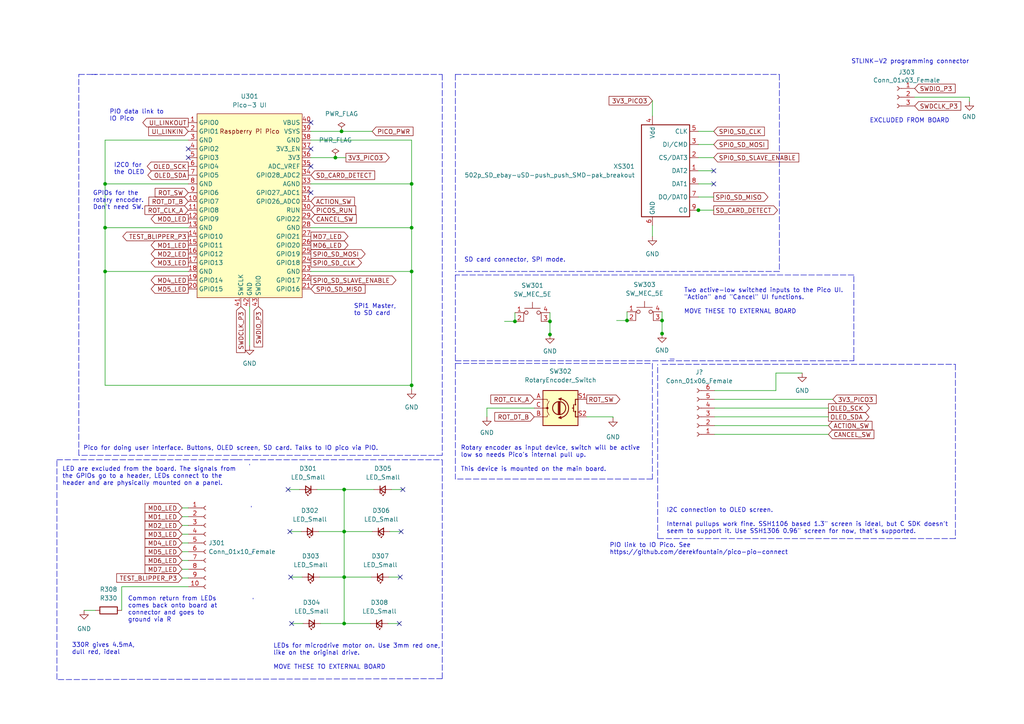
<source format=kicad_sch>
(kicad_sch (version 20211123) (generator eeschema)
  (paper "A4")
  (title_block (title "Pico Interface One") (date "2023-06-16") (rev "v1.4WIP"))
  (lib_symbols
    (symbol "Connector:Conn_01x03_Female" (pin_names (offset 1.016) hide)
      (property "Reference" "J" (at 0 5.08 0))
      (property "Value" "Conn_01x03_Female" (at 0 -5.08 0))
      (symbol "Conn_01x03_Female_1_1"
        (arc (start 0 -2.032) (mid -0.508 -2.54) (end 0 -3.048) (stroke (width 0.1524)))
        (polyline (pts (xy -1.27 -2.54) (xy -0.508 -2.54)) (stroke (width 0.1524)))
        (polyline (pts (xy -1.27 0) (xy -0.508 0)) (stroke (width 0.1524)))
        (polyline (pts (xy -1.27 2.54) (xy -0.508 2.54)) (stroke (width 0.1524)))
        (arc (start 0 0.508) (mid -0.508 0) (end 0 -0.508) (stroke (width 0.1524)))
        (arc (start 0 3.048) (mid -0.508 2.54) (end 0 2.032) (stroke (width 0.1524)))
        (pin passive line (at -5.08 2.54 0) (length 3.81) (name "Pin_1") (number "1"))
        (pin passive line (at -5.08 0 0) (length 3.81) (name "Pin_2") (number "2"))
        (pin passive line (at -5.08 -2.54 0) (length 3.81) (name "Pin_3") (number "3"))
      )
    )
    (symbol "Connector:Conn_01x06_Female" (pin_names (offset 1.016) hide)
      (property "Reference" "J" (at 0 7.62 0))
      (property "Value" "Conn_01x06_Female" (at 0 -10.16 0))
      (symbol "Conn_01x06_Female_1_1"
        (arc (start 0 -7.112) (mid -0.508 -7.62) (end 0 -8.128) (stroke (width 0.1524)))
        (arc (start 0 -4.572) (mid -0.508 -5.08) (end 0 -5.588) (stroke (width 0.1524)))
        (arc (start 0 -2.032) (mid -0.508 -2.54) (end 0 -3.048) (stroke (width 0.1524)))
        (polyline (pts (xy -1.27 -7.62) (xy -0.508 -7.62)) (stroke (width 0.1524)))
        (polyline (pts (xy -1.27 -5.08) (xy -0.508 -5.08)) (stroke (width 0.1524)))
        (polyline (pts (xy -1.27 -2.54) (xy -0.508 -2.54)) (stroke (width 0.1524)))
        (polyline (pts (xy -1.27 0) (xy -0.508 0)) (stroke (width 0.1524)))
        (polyline (pts (xy -1.27 2.54) (xy -0.508 2.54)) (stroke (width 0.1524)))
        (polyline (pts (xy -1.27 5.08) (xy -0.508 5.08)) (stroke (width 0.1524)))
        (arc (start 0 0.508) (mid -0.508 0) (end 0 -0.508) (stroke (width 0.1524)))
        (arc (start 0 3.048) (mid -0.508 2.54) (end 0 2.032) (stroke (width 0.1524)))
        (arc (start 0 5.588) (mid -0.508 5.08) (end 0 4.572) (stroke (width 0.1524)))
        (pin passive line (at -5.08 5.08 0) (length 3.81) (name "Pin_1") (number "1"))
        (pin passive line (at -5.08 2.54 0) (length 3.81) (name "Pin_2") (number "2"))
        (pin passive line (at -5.08 0 0) (length 3.81) (name "Pin_3") (number "3"))
        (pin passive line (at -5.08 -2.54 0) (length 3.81) (name "Pin_4") (number "4"))
        (pin passive line (at -5.08 -5.08 0) (length 3.81) (name "Pin_5") (number "5"))
        (pin passive line (at -5.08 -7.62 0) (length 3.81) (name "Pin_6") (number "6"))
      )
    )
    (symbol "Connector:Conn_01x10_Female" (pin_names (offset 1.016) hide)
      (property "Reference" "J" (at 0 12.7 0))
      (property "Value" "Conn_01x10_Female" (at 0 -15.24 0))
      (symbol "Conn_01x10_Female_1_1"
        (arc (start 0 -12.192) (mid -0.508 -12.7) (end 0 -13.208) (stroke (width 0.1524)))
        (arc (start 0 -9.652) (mid -0.508 -10.16) (end 0 -10.668) (stroke (width 0.1524)))
        (arc (start 0 -7.112) (mid -0.508 -7.62) (end 0 -8.128) (stroke (width 0.1524)))
        (arc (start 0 -4.572) (mid -0.508 -5.08) (end 0 -5.588) (stroke (width 0.1524)))
        (arc (start 0 -2.032) (mid -0.508 -2.54) (end 0 -3.048) (stroke (width 0.1524)))
        (polyline (pts (xy -1.27 -12.7) (xy -0.508 -12.7)) (stroke (width 0.1524)))
        (polyline (pts (xy -1.27 -10.16) (xy -0.508 -10.16)) (stroke (width 0.1524)))
        (polyline (pts (xy -1.27 -7.62) (xy -0.508 -7.62)) (stroke (width 0.1524)))
        (polyline (pts (xy -1.27 -5.08) (xy -0.508 -5.08)) (stroke (width 0.1524)))
        (polyline (pts (xy -1.27 -2.54) (xy -0.508 -2.54)) (stroke (width 0.1524)))
        (polyline (pts (xy -1.27 0) (xy -0.508 0)) (stroke (width 0.1524)))
        (polyline (pts (xy -1.27 2.54) (xy -0.508 2.54)) (stroke (width 0.1524)))
        (polyline (pts (xy -1.27 5.08) (xy -0.508 5.08)) (stroke (width 0.1524)))
        (polyline (pts (xy -1.27 7.62) (xy -0.508 7.62)) (stroke (width 0.1524)))
        (polyline (pts (xy -1.27 10.16) (xy -0.508 10.16)) (stroke (width 0.1524)))
        (arc (start 0 0.508) (mid -0.508 0) (end 0 -0.508) (stroke (width 0.1524)))
        (arc (start 0 3.048) (mid -0.508 2.54) (end 0 2.032) (stroke (width 0.1524)))
        (arc (start 0 5.588) (mid -0.508 5.08) (end 0 4.572) (stroke (width 0.1524)))
        (arc (start 0 8.128) (mid -0.508 7.62) (end 0 7.112) (stroke (width 0.1524)))
        (arc (start 0 10.668) (mid -0.508 10.16) (end 0 9.652) (stroke (width 0.1524)))
        (pin passive line (at -5.08 10.16 0) (length 3.81) (name "Pin_1") (number "1"))
        (pin passive line (at -5.08 -12.7 0) (length 3.81) (name "Pin_10") (number "10"))
        (pin passive line (at -5.08 7.62 0) (length 3.81) (name "Pin_2") (number "2"))
        (pin passive line (at -5.08 5.08 0) (length 3.81) (name "Pin_3") (number "3"))
        (pin passive line (at -5.08 2.54 0) (length 3.81) (name "Pin_4") (number "4"))
        (pin passive line (at -5.08 0 0) (length 3.81) (name "Pin_5") (number "5"))
        (pin passive line (at -5.08 -2.54 0) (length 3.81) (name "Pin_6") (number "6"))
        (pin passive line (at -5.08 -5.08 0) (length 3.81) (name "Pin_7") (number "7"))
        (pin passive line (at -5.08 -7.62 0) (length 3.81) (name "Pin_8") (number "8"))
        (pin passive line (at -5.08 -10.16 0) (length 3.81) (name "Pin_9") (number "9"))
      )
    )
    (symbol "Device:LED_Small" (pin_numbers hide) (pin_names (offset 0.254) hide)
      (property "Reference" "D" (at -1.27 3.175 0))
      (property "Value" "LED_Small" (at -4.445 -2.54 0))
      (symbol "LED_Small_0_1"
        (polyline (pts (xy -0.762 -1.016) (xy -0.762 1.016)) (stroke (width 0.254)))
        (polyline (pts (xy 1.016 0) (xy -0.762 0)))
        (polyline (pts (xy 0.762 -1.016) (xy -0.762 0) (xy 0.762 1.016) (xy 0.762 -1.016)) (stroke (width 0.254)))
        (polyline (pts (xy 0 0.762) (xy -0.508 1.27) (xy -0.254 1.27) (xy -0.508 1.27) (xy -0.508 1.016)))
        (polyline (pts (xy 0.508 1.27) (xy 0 1.778) (xy 0.254 1.778) (xy 0 1.778) (xy 0 1.524)))
      )
      (symbol "LED_Small_1_1"
        (pin passive line (at -2.54 0 0) (length 1.778) (name "K") (number "1"))
        (pin passive line (at 2.54 0 180) (length 1.778) (name "A") (number "2"))
      )
    )
    (symbol "Device:R" (pin_numbers hide) (pin_names (offset 0))
      (property "Reference" "R" (at 2.032 0 90))
      (property "Value" "R" (at 0 0 90))
      (symbol "R_0_1"
        (rectangle (start -1.016 -2.54) (end 1.016 2.54) (stroke (width 0.254)))
      )
      (symbol "R_1_1"
        (pin passive line (at 0 3.81 270) (length 1.27) (name "~") (number "1"))
        (pin passive line (at 0 -3.81 90) (length 1.27) (name "~") (number "2"))
      )
    )
    (symbol "Device:RotaryEncoder_Switch" (pin_names (offset 0.254) hide)
      (property "Reference" "SW" (at 0 6.604 0))
      (property "Value" "RotaryEncoder_Switch" (at 0 -6.604 0))
      (symbol "RotaryEncoder_Switch_0_1"
        (rectangle (start -5.08 5.08) (end 5.08 -5.08) (stroke (width 0.254)) (fill (type background)))
        (circle (center -3.81 0) (radius 0.254) (fill (type outline)))
        (arc (start -0.381 -2.794) (mid 2.3622 -0.0508) (end -0.381 2.667) (stroke (width 0.254)))
        (circle (center -0.381 0) (radius 1.905) (stroke (width 0.254)))
        (polyline (pts (xy -0.635 -1.778) (xy -0.635 1.778)) (stroke (width 0.254)))
        (polyline (pts (xy -0.381 -1.778) (xy -0.381 1.778)) (stroke (width 0.254)))
        (polyline (pts (xy -0.127 1.778) (xy -0.127 -1.778)) (stroke (width 0.254)))
        (polyline (pts (xy 3.81 0) (xy 3.429 0)) (stroke (width 0.254)))
        (polyline (pts (xy 3.81 1.016) (xy 3.81 -1.016)) (stroke (width 0.254)))
        (polyline (pts (xy -5.08 -2.54) (xy -3.81 -2.54) (xy -3.81 -2.032)))
        (polyline (pts (xy -5.08 2.54) (xy -3.81 2.54) (xy -3.81 2.032)))
        (polyline (pts (xy 0.254 -3.048) (xy -0.508 -2.794) (xy 0.127 -2.413)) (stroke (width 0.254)))
        (polyline (pts (xy 0.254 2.921) (xy -0.508 2.667) (xy 0.127 2.286)) (stroke (width 0.254)))
        (polyline (pts (xy 5.08 -2.54) (xy 4.318 -2.54) (xy 4.318 -1.016)) (stroke (width 0.254)))
        (polyline (pts (xy 5.08 2.54) (xy 4.318 2.54) (xy 4.318 1.016)) (stroke (width 0.254)))
        (polyline (pts (xy -5.08 0) (xy -3.81 0) (xy -3.81 -1.016) (xy -3.302 -2.032)))
        (polyline (pts (xy -4.318 0) (xy -3.81 0) (xy -3.81 1.016) (xy -3.302 2.032)))
        (circle (center 4.318 -1.016) (radius 0.127) (stroke (width 0.254)))
        (circle (center 4.318 1.016) (radius 0.127) (stroke (width 0.254)))
      )
      (symbol "RotaryEncoder_Switch_1_1"
        (pin passive line (at -7.62 2.54 0) (length 2.54) (name "A") (number "A"))
        (pin passive line (at -7.62 -2.54 0) (length 2.54) (name "B") (number "B"))
        (pin passive line (at -7.62 0 0) (length 2.54) (name "C") (number "C"))
        (pin passive line (at 7.62 2.54 180) (length 2.54) (name "S1") (number "S1"))
        (pin passive line (at 7.62 -2.54 180) (length 2.54) (name "S2") (number "S2"))
      )
    )
    (symbol "Switch:SW_MEC_5E" (pin_names (offset 1.016) hide)
      (property "Reference" "SW" (at 0.635 5.715 0))
      (property "Value" "SW_MEC_5E" (at 0 -3.175 0))
      (symbol "SW_MEC_5E_0_1"
        (circle (center -1.778 2.54) (radius 0.508))
        (polyline (pts (xy -2.286 3.81) (xy 2.286 3.81)))
        (polyline (pts (xy 0 3.81) (xy 0 5.588)))
        (polyline (pts (xy -2.54 0) (xy -2.54 2.54) (xy -2.286 2.54)))
        (polyline (pts (xy 2.54 0) (xy 2.54 2.54) (xy 2.286 2.54)))
        (circle (center 1.778 2.54) (radius 0.508))
        (pin passive line (at -5.08 2.54 0) (length 2.54) (name "1") (number "1"))
        (pin passive line (at -5.08 0 0) (length 2.54) (name "2") (number "2"))
        (pin passive line (at 5.08 0 180) (length 2.54) (name "K") (number "3"))
        (pin passive line (at 5.08 2.54 180) (length 2.54) (name "A") (number "4"))
      )
    )
    (symbol "pico-sym:Pico"
      (property "Reference" "U" (at -13.97 27.94 0))
      (property "Value" "Pico" (at 0 19.05 0))
      (symbol "Pico_0_0"
        (text "Raspberry Pi Pico" (at 0 21.59 0) (effects (font (size 1.27 1.27))))
      )
      (symbol "Pico_0_1"
        (rectangle (start -15.24 26.67) (end 15.24 -26.67) (fill (type background)))
      )
      (symbol "Pico_1_1"
        (pin bidirectional line (at -17.78 24.13 0) (length 2.54) (name "GPIO0") (number "1"))
        (pin bidirectional line (at -17.78 1.27 0) (length 2.54) (name "GPIO7") (number "10"))
        (pin bidirectional line (at -17.78 -1.27 0) (length 2.54) (name "GPIO8") (number "11"))
        (pin bidirectional line (at -17.78 -3.81 0) (length 2.54) (name "GPIO9") (number "12"))
        (pin power_in line (at -17.78 -6.35 0) (length 2.54) (name "GND") (number "13"))
        (pin bidirectional line (at -17.78 -8.89 0) (length 2.54) (name "GPIO10") (number "14"))
        (pin bidirectional line (at -17.78 -11.43 0) (length 2.54) (name "GPIO11") (number "15"))
        (pin bidirectional line (at -17.78 -13.97 0) (length 2.54) (name "GPIO12") (number "16"))
        (pin bidirectional line (at -17.78 -16.51 0) (length 2.54) (name "GPIO13") (number "17"))
        (pin power_in line (at -17.78 -19.05 0) (length 2.54) (name "GND") (number "18"))
        (pin bidirectional line (at -17.78 -21.59 0) (length 2.54) (name "GPIO14") (number "19"))
        (pin bidirectional line (at -17.78 21.59 0) (length 2.54) (name "GPIO1") (number "2"))
        (pin bidirectional line (at -17.78 -24.13 0) (length 2.54) (name "GPIO15") (number "20"))
        (pin bidirectional line (at 17.78 -24.13 180) (length 2.54) (name "GPIO16") (number "21"))
        (pin bidirectional line (at 17.78 -21.59 180) (length 2.54) (name "GPIO17") (number "22"))
        (pin power_in line (at 17.78 -19.05 180) (length 2.54) (name "GND") (number "23"))
        (pin bidirectional line (at 17.78 -16.51 180) (length 2.54) (name "GPIO18") (number "24"))
        (pin bidirectional line (at 17.78 -13.97 180) (length 2.54) (name "GPIO19") (number "25"))
        (pin bidirectional line (at 17.78 -11.43 180) (length 2.54) (name "GPIO20") (number "26"))
        (pin bidirectional line (at 17.78 -8.89 180) (length 2.54) (name "GPIO21") (number "27"))
        (pin power_in line (at 17.78 -6.35 180) (length 2.54) (name "GND") (number "28"))
        (pin bidirectional line (at 17.78 -3.81 180) (length 2.54) (name "GPIO22") (number "29"))
        (pin power_in line (at -17.78 19.05 0) (length 2.54) (name "GND") (number "3"))
        (pin input line (at 17.78 -1.27 180) (length 2.54) (name "RUN") (number "30"))
        (pin bidirectional line (at 17.78 1.27 180) (length 2.54) (name "GPIO26_ADC0") (number "31"))
        (pin bidirectional line (at 17.78 3.81 180) (length 2.54) (name "GPIO27_ADC1") (number "32"))
        (pin power_in line (at 17.78 6.35 180) (length 2.54) (name "AGND") (number "33"))
        (pin bidirectional line (at 17.78 8.89 180) (length 2.54) (name "GPIO28_ADC2") (number "34"))
        (pin power_in line (at 17.78 11.43 180) (length 2.54) (name "ADC_VREF") (number "35"))
        (pin power_in line (at 17.78 13.97 180) (length 2.54) (name "3V3") (number "36"))
        (pin input line (at 17.78 16.51 180) (length 2.54) (name "3V3_EN") (number "37"))
        (pin bidirectional line (at 17.78 19.05 180) (length 2.54) (name "GND") (number "38"))
        (pin power_in line (at 17.78 21.59 180) (length 2.54) (name "VSYS") (number "39"))
        (pin bidirectional line (at -17.78 16.51 0) (length 2.54) (name "GPIO2") (number "4"))
        (pin power_in line (at 17.78 24.13 180) (length 2.54) (name "VBUS") (number "40"))
        (pin input line (at -2.54 -29.21 90) (length 2.54) (name "SWCLK") (number "41"))
        (pin power_in line (at 0 -29.21 90) (length 2.54) (name "GND") (number "42"))
        (pin bidirectional line (at 2.54 -29.21 90) (length 2.54) (name "SWDIO") (number "43"))
        (pin bidirectional line (at -17.78 13.97 0) (length 2.54) (name "GPIO3") (number "5"))
        (pin bidirectional line (at -17.78 11.43 0) (length 2.54) (name "GPIO4") (number "6"))
        (pin bidirectional line (at -17.78 8.89 0) (length 2.54) (name "GPIO5") (number "7"))
        (pin power_in line (at -17.78 6.35 0) (length 2.54) (name "GND") (number "8"))
        (pin bidirectional line (at -17.78 3.81 0) (length 2.54) (name "GPIO6") (number "9"))
      )
    )
    (symbol "power:GND" (power) (pin_names (offset 0))
      (property "Value" "GND" (at 0 -3.81 0))
      (symbol "GND_0_1"
        (polyline (pts (xy 0 0) (xy 0 -1.27) (xy 1.27 -1.27) (xy 0 -2.54) (xy -1.27 -1.27) (xy 0 -1.27)))
      )
      (symbol "GND_1_1"
        (pin power_in line (at 0 0 270) (length 0) hide (name "GND") (number "1"))
      )
    )
    (symbol "power:PWR_FLAG" (power) (pin_numbers hide) (pin_names (offset 0) hide)
      (property "Value" "PWR_FLAG" (at 0 3.81 0))
      (symbol "PWR_FLAG_0_0"
        (pin power_out line (at 0 0 90) (length 0) (name "pwr") (number "1"))
      )
      (symbol "PWR_FLAG_0_1"
        (polyline (pts (xy 0 0) (xy 0 1.27) (xy -1.016 1.905) (xy 0 2.54) (xy 1.016 1.905) (xy 0 1.27)))
      )
    )
    (symbol "uSD:502p_SD_ebay-uSD-push_push_SMD-pak_breakout"
      (property "Reference" "XS" (at 5.715 -14.605 0))
      (property "Value" "502p_SD_ebay-uSD-push_push_SMD-pak_breakout" (at -8.255 0 90))
      (symbol "502p_SD_ebay-uSD-push_push_SMD-pak_breakout_0_0"
        (rectangle (start -6.985 13.335) (end 6.985 -13.335) (stroke (width 0.254)))
      )
      (symbol "502p_SD_ebay-uSD-push_push_SMD-pak_breakout_1_1"
        (pin bidirectional line (at 9.525 0 180) (length 2.54) (name "DAT2") (number "1"))
        (pin input line (at 9.525 3.81 180) (length 2.54) (name "CS/DAT3") (number "2"))
        (pin input line (at 9.525 7.62 180) (length 2.54) (name "DI/CMD") (number "3"))
        (pin input line (at -3.81 15.875 270) (length 2.54) (name "Vdd") (number "4"))
        (pin input line (at 9.525 11.43 180) (length 2.54) (name "CLK") (number "5"))
        (pin input line (at -3.81 -15.875 90) (length 2.54) (name "GND") (number "6"))
        (pin input line (at 9.525 -7.62 180) (length 2.54) (name "DO/DAT0") (number "7"))
        (pin bidirectional line (at 9.525 -3.81 180) (length 2.54) (name "DAT1") (number "8"))
        (pin input line (at 9.525 -11.43 180) (length 2.54) (name "CD") (number "9"))
      )
    )
  )
  (junction (at 99.822 180.848))
  (junction (at 99.06 38.1))
  (junction (at 30.48 53.34))
  (junction (at 119.38 111.76))
  (junction (at 99.822 154.178))
  (junction (at 202.565 60.96))
  (junction (at 30.48 78.74))
  (junction (at 149.352 93.218))
  (junction (at 119.38 78.74))
  (junction (at 181.864 92.964))
  (junction (at 119.38 53.34))
  (junction (at 119.38 66.04))
  (junction (at 97.282 45.72))
  (junction (at 192.024 96.774))
  (junction (at 159.512 97.028))
  (junction (at 30.48 66.04))
  (junction (at 192.024 92.964))
  (junction (at 99.822 141.986))
  (junction (at 159.512 93.218))
  (junction (at 99.822 167.386))
  (no_connect (at 90.17 55.88))
  (no_connect (at 84.328 167.386))
  (no_connect (at 207.01 49.53))
  (no_connect (at 115.824 180.848))
  (no_connect (at 83.566 141.986))
  (no_connect (at 84.074 154.178))
  (no_connect (at 116.078 167.386))
  (no_connect (at 90.17 48.26))
  (no_connect (at 116.332 154.178))
  (no_connect (at 90.17 43.18))
  (no_connect (at 54.61 43.18))
  (no_connect (at 54.61 45.72))
  (no_connect (at 207.01 53.34))
  (no_connect (at 90.17 35.56))
  (no_connect (at 116.84 141.986))
  (no_connect (at 84.582 180.848))
  (wire (pts (xy 92.964 180.848) (xy 99.822 180.848)))
  (wire (pts (xy 30.48 78.74) (xy 54.61 78.74)))
  (wire (pts (xy 99.822 167.386) (xy 107.696 167.386)))
  (wire (pts (xy 99.822 154.178) (xy 99.822 167.386)))
  (wire (pts (xy 99.822 180.848) (xy 107.442 180.848)))
  (wire (pts (xy 207.264 115.824) (xy 241.554 115.824)))
  (wire (pts (xy 119.38 113.03) (xy 119.38 111.76)))
  (wire (pts (xy 30.48 53.34) (xy 54.61 53.34)))
  (wire (pts (xy 99.822 154.178) (xy 107.95 154.178)))
  (wire (pts (xy 207.264 125.984) (xy 240.284 125.984)))
  (wire (pts (xy 90.17 45.72) (xy 97.282 45.72)))
  (polyline (pts (xy 189.23 105.41) (xy 189.23 138.938)))
  (polyline (pts (xy 73.152 160.02) (xy 73.152 160.274)))
  (wire (pts (xy 202.565 60.96) (xy 207.01 60.96)))
  (wire (pts (xy 90.17 38.1) (xy 99.06 38.1)))
  (wire (pts (xy 116.078 167.386) (xy 112.776 167.386)))
  (wire (pts (xy 202.565 57.15) (xy 207.01 57.15)))
  (wire (pts (xy 141.224 118.364) (xy 141.224 120.904)))
  (wire (pts (xy 141.224 118.364) (xy 154.94 118.364)))
  (wire (pts (xy 225.044 113.284) (xy 225.044 108.204)))
  (wire (pts (xy 116.332 154.178) (xy 113.03 154.178)))
  (wire (pts (xy 207.264 118.364) (xy 240.284 118.364)))
  (wire (pts (xy 281.178 28.194) (xy 265.303 28.194)))
  (wire (pts (xy 207.264 120.904) (xy 240.284 120.904)))
  (polyline (pts (xy 128.27 196.85) (xy 16.51 197.104)))
  (polyline (pts (xy 277.114 105.664) (xy 277.114 156.21)))
  (wire (pts (xy 54.61 154.94) (xy 52.832 154.94)))
  (wire (pts (xy 97.282 45.72) (xy 100.33 45.72)))
  (wire (pts (xy 30.48 66.04) (xy 54.61 66.04)))
  (polyline (pts (xy 189.23 138.938) (xy 132.08 138.938)))
  (polyline (pts (xy 22.86 132.08) (xy 22.86 21.59)))
  (polyline (pts (xy 73.406 173.482) (xy 73.406 173.736)))
  (wire (pts (xy 30.48 78.74) (xy 30.48 111.76)))
  (wire (pts (xy 149.352 90.678) (xy 149.352 93.218)))
  (polyline (pts (xy 132.08 21.59) (xy 132.08 78.74)))
  (wire (pts (xy 202.565 41.91) (xy 207.01 41.91)))
  (wire (pts (xy 90.17 53.34) (xy 119.38 53.34)))
  (wire (pts (xy 54.61 162.56) (xy 52.832 162.56)))
  (wire (pts (xy 189.23 29.21) (xy 189.23 33.655)))
  (polyline (pts (xy 226.06 78.74) (xy 132.08 78.74)))
  (polyline (pts (xy 132.08 21.59) (xy 226.06 21.59)))
  (wire (pts (xy 281.178 29.464) (xy 281.178 28.194)))
  (polyline (pts (xy 128.27 132.08) (xy 22.86 132.08)))
  (wire (pts (xy 99.822 167.386) (xy 99.822 180.848)))
  (wire (pts (xy 202.565 45.72) (xy 207.01 45.72)))
  (wire (pts (xy 181.864 90.424) (xy 181.864 92.964)))
  (wire (pts (xy 189.23 65.405) (xy 189.23 68.58)))
  (polyline (pts (xy 226.06 21.59) (xy 226.06 78.74)))
  (wire (pts (xy 54.61 149.86) (xy 52.832 149.86)))
  (wire (pts (xy 99.822 141.986) (xy 99.822 154.178)))
  (wire (pts (xy 30.48 111.76) (xy 119.38 111.76)))
  (wire (pts (xy 90.17 78.74) (xy 119.38 78.74)))
  (wire (pts (xy 202.565 38.1) (xy 207.01 38.1)))
  (wire (pts (xy 119.38 78.74) (xy 119.38 111.76)))
  (wire (pts (xy 159.512 93.218) (xy 159.512 97.028)))
  (polyline (pts (xy 72.39 134.62) (xy 72.39 134.874)))
  (polyline (pts (xy 16.51 133.604) (xy 16.51 197.104)))
  (polyline (pts (xy 132.08 80.01) (xy 132.08 104.648)))
  (polyline (pts (xy 277.114 156.21) (xy 190.754 156.21)))
  (wire (pts (xy 99.06 38.1) (xy 107.95 38.1)))
  (wire (pts (xy 170.18 120.904) (xy 177.8 120.904)))
  (wire (pts (xy 54.61 167.64) (xy 52.832 167.64)))
  (polyline (pts (xy 68.58 133.35) (xy 128.27 133.35)))
  (polyline (pts (xy 128.27 133.35) (xy 128.27 196.85)))
  (wire (pts (xy 202.438 60.96) (xy 202.565 60.96)))
  (wire (pts (xy 202.565 49.53) (xy 207.01 49.53)))
  (polyline (pts (xy 128.27 21.59) (xy 128.27 132.08)))
  (wire (pts (xy 54.61 165.1) (xy 52.832 165.1)))
  (wire (pts (xy 181.864 92.964) (xy 178.816 92.964)))
  (polyline (pts (xy 190.754 156.21) (xy 190.754 105.664)))
  (polyline (pts (xy 194.31 104.14) (xy 195.58 104.14)))
  (wire (pts (xy 27.686 177.038) (xy 24.384 177.038)))
  (polyline (pts (xy 132.08 105.41) (xy 189.23 105.41)))
  (wire (pts (xy 115.824 180.848) (xy 112.522 180.848)))
  (wire (pts (xy 192.024 92.964) (xy 192.024 96.774)))
  (wire (pts (xy 149.352 93.218) (xy 146.304 93.218)))
  (wire (pts (xy 119.38 40.64) (xy 119.38 53.34)))
  (wire (pts (xy 35.306 170.18) (xy 35.306 177.038)))
  (wire (pts (xy 99.822 141.986) (xy 108.458 141.986)))
  (polyline (pts (xy 26.67 21.59) (xy 128.27 21.59)))
  (wire (pts (xy 84.328 167.386) (xy 87.63 167.386)))
  (polyline (pts (xy 16.51 133.35) (xy 68.834 133.35)))
  (polyline (pts (xy 132.08 104.648) (xy 247.65 104.648)))
  (wire (pts (xy 92.456 154.178) (xy 99.822 154.178)))
  (wire (pts (xy 159.512 90.678) (xy 159.512 93.218)))
  (polyline (pts (xy 192.024 105.664) (xy 277.114 105.664)))
  (wire (pts (xy 192.024 90.424) (xy 192.024 92.964)))
  (wire (pts (xy 91.948 141.986) (xy 99.822 141.986)))
  (wire (pts (xy 92.71 167.386) (xy 99.822 167.386)))
  (wire (pts (xy 207.264 113.284) (xy 225.044 113.284)))
  (wire (pts (xy 54.61 40.64) (xy 30.48 40.64)))
  (wire (pts (xy 192.024 96.774) (xy 192.024 97.028)))
  (wire (pts (xy 90.17 66.04) (xy 119.38 66.04)))
  (wire (pts (xy 72.39 88.9) (xy 72.39 100.33)))
  (wire (pts (xy 54.61 160.02) (xy 52.832 160.02)))
  (wire (pts (xy 207.264 123.444) (xy 240.284 123.444)))
  (polyline (pts (xy 132.08 79.756) (xy 132.08 80.01)))
  (wire (pts (xy 30.48 66.04) (xy 30.48 78.74)))
  (wire (pts (xy 119.38 66.04) (xy 119.38 78.74)))
  (wire (pts (xy 54.61 147.32) (xy 52.832 147.32)))
  (polyline (pts (xy 72.898 146.812) (xy 72.898 147.066)))
  (polyline (pts (xy 22.86 21.59) (xy 27.94 21.59)))
  (wire (pts (xy 30.48 40.64) (xy 30.48 53.34)))
  (wire (pts (xy 83.566 141.986) (xy 86.868 141.986)))
  (wire (pts (xy 202.565 53.34) (xy 207.01 53.34)))
  (wire (pts (xy 90.17 40.64) (xy 119.38 40.64)))
  (wire (pts (xy 177.8 120.904) (xy 177.8 121.158)))
  (polyline (pts (xy 132.08 105.41) (xy 132.08 138.938)))
  (wire (pts (xy 54.61 152.4) (xy 52.832 152.4)))
  (polyline (pts (xy 247.65 104.648) (xy 247.65 79.756)))
  (wire (pts (xy 116.84 141.986) (xy 113.538 141.986)))
  (wire (pts (xy 84.074 154.178) (xy 87.376 154.178)))
  (wire (pts (xy 84.582 180.848) (xy 87.884 180.848)))
  (wire (pts (xy 35.306 170.18) (xy 54.61 170.18)))
  (wire (pts (xy 159.512 97.028) (xy 159.512 97.282)))
  (polyline (pts (xy 247.65 79.756) (xy 132.08 79.756)))
  (wire (pts (xy 119.38 53.34) (xy 119.38 66.04)))
  (wire (pts (xy 30.48 53.34) (xy 30.48 66.04)))
  (wire (pts (xy 54.61 157.48) (xy 52.832 157.48)))
  (wire (pts (xy 225.044 108.204) (xy 232.664 108.204)))
  (text "EXCLUDED FROM BOARD" (at 252.222 35.814 0) (effects (font (size 1.27 1.27)) (justify left bottom)))
  (text "Pico for doing user interface. Buttons, OLED screen, SD card. Talks to IO pico via PIO." (at 24.13 130.81 0) (effects (font (size 1.27 1.27)) (justify left bottom)))
  (text "PIO data link to\nIO Pico" (at 31.75 35.306 0) (effects (font (size 1.27 1.27)) (justify left bottom)))
  (text "STLINK-V2 programming connector" (at 246.888 18.669 0) (effects (font (size 1.27 1.27)) (justify left bottom)))
  (text "Two active-low switched inputs to the Pico UI.\n\"Action\" and \"Cancel\" UI functions.\n\nMOVE THESE TO EXTERNAL BOARD" (at 198.374 91.186 0) (effects (font (size 1.27 1.27)) (justify left bottom)))
  (text "PIO link to IO Pico. See\nhttps://github.com/derekfountain/pico-pio-connect" (at 176.784 161.036 0) (effects (font (size 1.27 1.27)) (justify left bottom)))
  (text "Common return from LEDs\ncomes back onto board at\nconnector and goes to\nground via R" (at 37.084 180.594 0) (effects (font (size 1.27 1.27)) (justify left bottom)))
  (text "SPI1 Master,\nto SD card" (at 102.616 91.694 0) (effects (font (size 1.27 1.27)) (justify left bottom)))
  (text "LED are excluded from the board. The signals from\nthe GPIOs go to a header, LEDs connect to the\nheader and are physically mounted on a panel." (at 18.034 140.97 0) (effects (font (size 1.27 1.27)) (justify left bottom)))
  (text "Rotary encoder as input device, switch will be active\nlow so needs Pico's internal pull up.\n\nThis device is mounted on the main board." (at 133.604 136.906 0) (effects (font (size 1.27 1.27)) (justify left bottom)))
  (text "I2C0 for\nthe OLED" (at 33.02 50.8 0) (effects (font (size 1.27 1.27)) (justify left bottom)))
  (text "GPIOs for the\nrotary encoder.\nDon't need SW." (at 26.924 60.96 0) (effects (font (size 1.27 1.27)) (justify left bottom)))
  (text "SD card connector, SPI mode." (at 134.62 76.2 0) (effects (font (size 1.27 1.27)) (justify left bottom)))
  (text "330R gives 4.5mA,\ndull red, ideal" (at 20.828 189.992 0) (effects (font (size 1.27 1.27)) (justify left bottom)))
  (text "I2C connection to OLED screen.\n\nInternal pullups work fine. SSH1106 based 1.3\" screen is ideal, but C SDK doesn't\nseem to support it. Use SSH1306 0.96\" screen for now, that's supported." (at 193.294 154.94 0) (effects (font (size 1.27 1.27)) (justify left bottom)))
  (text "LEDs for microdrive motor on. Use 3mm red one,\nlike on the original drive.\n\nMOVE THESE TO EXTERNAL BOARD" (at 79.248 194.31 0) (effects (font (size 1.27 1.27)) (justify left bottom)))
  (global_label "SWDCLK_P3" (shape input) (at 69.85 88.9 270) (property "Intersheet References" "${INTERSHEET_REFS}" (effects hide)))
  (global_label "SWDIO_P3" (shape input) (at 74.93 88.9 270) (property "Intersheet References" "${INTERSHEET_REFS}" (effects hide)))
  (global_label "MD2_LED" (shape output) (at 54.61 73.66 180) (property "Intersheet References" "${INTERSHEET_REFS}" (effects hide)))
  (global_label "ROT_CLK_A" (shape input) (at 154.94 115.824 180) (property "Intersheet References" "${INTERSHEET_REFS}" (effects hide)))
  (global_label "MD4_LED" (shape input) (at 52.832 157.48 180) (property "Intersheet References" "${INTERSHEET_REFS}" (effects hide)))
  (global_label "MD7_LED" (shape output) (at 90.17 68.58 0) (property "Intersheet References" "${INTERSHEET_REFS}" (effects hide)))
  (global_label "SPI0_SD_MOSI" (shape input) (at 207.01 41.91 0) (property "Intersheet References" "${INTERSHEET_REFS}" (effects hide)))
  (global_label "MD5_LED" (shape output) (at 54.61 83.82 180) (property "Intersheet References" "${INTERSHEET_REFS}" (effects hide)))
  (global_label "MD1_LED" (shape output) (at 54.61 71.12 180) (property "Intersheet References" "${INTERSHEET_REFS}" (effects hide)))
  (global_label "3V3_PICO3" (shape output) (at 100.33 45.72 0) (property "Intersheet References" "${INTERSHEET_REFS}" (effects hide)))
  (global_label "OLED_SDA" (shape output) (at 54.61 50.8 180) (property "Intersheet References" "${INTERSHEET_REFS}" (effects hide)))
  (global_label "ROT_SW" (shape input) (at 54.61 55.88 180) (property "Intersheet References" "${INTERSHEET_REFS}" (effects hide)))
  (global_label "OLED_SCK" (shape output) (at 54.61 48.26 180) (property "Intersheet References" "${INTERSHEET_REFS}" (effects hide)))
  (global_label "MD2_LED" (shape input) (at 52.832 152.4 180) (property "Intersheet References" "${INTERSHEET_REFS}" (effects hide)))
  (global_label "MD7_LED" (shape input) (at 52.832 165.1 180) (property "Intersheet References" "${INTERSHEET_REFS}" (effects hide)))
  (global_label "MD6_LED" (shape input) (at 52.832 162.56 180) (property "Intersheet References" "${INTERSHEET_REFS}" (effects hide)))
  (global_label "MD3_LED" (shape output) (at 54.61 76.2 180) (property "Intersheet References" "${INTERSHEET_REFS}" (effects hide)))
  (global_label "MD5_LED" (shape input) (at 52.832 160.02 180) (property "Intersheet References" "${INTERSHEET_REFS}" (effects hide)))
  (global_label "PICOS_RUN" (shape input) (at 90.17 60.96 0) (property "Intersheet References" "${INTERSHEET_REFS}" (effects hide)))
  (global_label "SD_CARD_DETECT" (shape output) (at 207.01 60.96 0) (property "Intersheet References" "${INTERSHEET_REFS}" (effects hide)))
  (global_label "MD4_LED" (shape output) (at 54.61 81.28 180) (property "Intersheet References" "${INTERSHEET_REFS}" (effects hide)))
  (global_label "MD1_LED" (shape input) (at 52.832 149.86 180) (property "Intersheet References" "${INTERSHEET_REFS}" (effects hide)))
  (global_label "OLED_SDA" (shape output) (at 240.284 120.904 0) (property "Intersheet References" "${INTERSHEET_REFS}" (effects hide)))
  (global_label "TEST_BLIPPER_P3" (shape output) (at 54.61 68.58 180) (property "Intersheet References" "${INTERSHEET_REFS}" (effects hide)))
  (global_label "SD_CARD_DETECT" (shape input) (at 90.17 50.8 0) (property "Intersheet References" "${INTERSHEET_REFS}" (effects hide)))
  (global_label "3V3_PICO3" (shape input) (at 241.554 115.824 0) (property "Intersheet References" "${INTERSHEET_REFS}" (effects hide)))
  (global_label "UI_LINKOUT" (shape output) (at 54.61 35.56 180) (property "Intersheet References" "${INTERSHEET_REFS}" (effects hide)))
  (global_label "MD0_LED" (shape output) (at 54.61 63.5 180) (property "Intersheet References" "${INTERSHEET_REFS}" (effects hide)))
  (global_label "SWDCLK_P3" (shape input) (at 265.303 30.734 0) (property "Intersheet References" "${INTERSHEET_REFS}" (effects hide)))
  (global_label "ROT_DT_B" (shape input) (at 54.61 58.42 180) (property "Intersheet References" "${INTERSHEET_REFS}" (effects hide)))
  (global_label "SPI0_SD_SLAVE_ENABLE" (shape output) (at 90.17 81.28 0) (property "Intersheet References" "${INTERSHEET_REFS}" (effects hide)))
  (global_label "ACTION_SW" (shape input) (at 90.17 58.42 0) (property "Intersheet References" "${INTERSHEET_REFS}" (effects hide)))
  (global_label "UI_LINKIN" (shape input) (at 54.61 38.1 180) (property "Intersheet References" "${INTERSHEET_REFS}" (effects hide)))
  (global_label "SPI0_SD_MOSI" (shape output) (at 90.17 73.66 0) (property "Intersheet References" "${INTERSHEET_REFS}" (effects hide)))
  (global_label "3V3_PICO3" (shape input) (at 189.23 29.21 180) (property "Intersheet References" "${INTERSHEET_REFS}" (effects hide)))
  (global_label "SPI0_SD_CLK" (shape input) (at 207.01 38.1 0) (property "Intersheet References" "${INTERSHEET_REFS}" (effects hide)))
  (global_label "SPI0_SD_CLK" (shape output) (at 90.17 76.2 0) (property "Intersheet References" "${INTERSHEET_REFS}" (effects hide)))
  (global_label "ROT_DT_B" (shape input) (at 154.94 120.904 180) (property "Intersheet References" "${INTERSHEET_REFS}" (effects hide)))
  (global_label "MD3_LED" (shape input) (at 52.832 154.94 180) (property "Intersheet References" "${INTERSHEET_REFS}" (effects hide)))
  (global_label "ROT_CLK_A" (shape input) (at 54.61 60.96 180) (property "Intersheet References" "${INTERSHEET_REFS}" (effects hide)))
  (global_label "CANCEL_SW" (shape input) (at 90.17 63.5 0) (property "Intersheet References" "${INTERSHEET_REFS}" (effects hide)))
  (global_label "CANCEL_SW" (shape input) (at 240.284 125.984 0) (property "Intersheet References" "${INTERSHEET_REFS}" (effects hide)))
  (global_label "PICO_PWR" (shape input) (at 107.95 38.1 0) (property "Intersheet References" "${INTERSHEET_REFS}" (effects hide)))
  (global_label "TEST_BLIPPER_P3" (shape input) (at 52.832 167.64 180) (property "Intersheet References" "${INTERSHEET_REFS}" (effects hide)))
  (global_label "SPI0_SD_SLAVE_ENABLE" (shape input) (at 207.01 45.72 0) (property "Intersheet References" "${INTERSHEET_REFS}" (effects hide)))
  (global_label "MD6_LED" (shape output) (at 90.17 71.12 0) (property "Intersheet References" "${INTERSHEET_REFS}" (effects hide)))
  (global_label "SPI0_SD_MISO" (shape output) (at 207.01 57.15 0) (property "Intersheet References" "${INTERSHEET_REFS}" (effects hide)))
  (global_label "SPI0_SD_MISO" (shape input) (at 90.17 83.82 0) (property "Intersheet References" "${INTERSHEET_REFS}" (effects hide)))
  (global_label "ROT_SW" (shape output) (at 170.18 115.824 0) (property "Intersheet References" "${INTERSHEET_REFS}" (effects hide)))
  (global_label "OLED_SCK" (shape output) (at 240.284 118.364 0) (property "Intersheet References" "${INTERSHEET_REFS}" (effects hide)))
  (global_label "SWDIO_P3" (shape input) (at 265.303 25.654 0) (property "Intersheet References" "${INTERSHEET_REFS}" (effects hide)))
  (global_label "ACTION_SW" (shape input) (at 240.284 123.444 0) (property "Intersheet References" "${INTERSHEET_REFS}" (effects hide)))
  (global_label "MD0_LED" (shape input) (at 52.832 147.32 180) (property "Intersheet References" "${INTERSHEET_REFS}" (effects hide)))
  (symbol (lib_id "Device:LED_Small") (at 90.424 180.848 180) (unit 1) (on_board no)
    (property "Reference" "D304" (at 90.3605 174.752 0))
    (property "Value" "LED_Small" (at 90.3605 177.292 0))
    (property "Footprint" "LED_THT:LED_D3.0mm" (effects hide))
  )
  (symbol (lib_id "Switch:SW_MEC_5E") (at 154.432 93.218 0) (unit 1)
    (property "Reference" "SW301" (at 154.432 82.804 0))
    (property "Value" "SW_MEC_5E" (at 154.432 85.344 0))
    (property "Footprint" "Button_Switch_THT:SW_PUSH_6mm_H4.3mm" (effects hide))
    (property "Datasheet" "http://www.apem.com/int/index.php?controller=attachment&id_attachment=1371" (effects hide))
  )
  (symbol (lib_id "power:GND") (at 72.39 100.33 0) (unit 1)
    (property "Reference" "#PWR0301" (effects hide))
    (property "Value" "GND" (at 72.39 105.41 0))
  )
  (symbol (lib_id "power:GND") (at 159.512 97.028 0) (unit 1)
    (property "Reference" "#PWR0304" (effects hide))
    (property "Value" "GND" (at 159.512 101.854 0))
  )
  (symbol (lib_id "power:GND") (at 24.384 177.038 0) (unit 1)
    (property "Reference" "#PWR0316" (effects hide))
    (property "Value" "GND" (at 24.384 182.372 0))
  )
  (symbol (lib_id "Device:LED_Small") (at 89.916 154.178 180) (unit 1) (on_board no)
    (property "Reference" "D302" (at 89.8525 148.082 0))
    (property "Value" "LED_Small" (at 89.8525 150.622 0))
    (property "Footprint" "LED_THT:LED_D3.0mm" (effects hide))
  )
  (symbol (lib_id "Connector:Conn_01x10_Female") (at 59.69 157.48 0) (unit 1)
    (property "Reference" "J301" (at 60.452 157.4799 0) (effects (justify left)))
    (property "Value" "Conn_01x10_Female" (at 60.452 160.0199 0) (effects (justify left)))
  )
  (symbol (lib_id "power:PWR_FLAG") (at 99.06 38.1 0) (unit 1)
    (property "Reference" "#FLG0301" (effects hide))
    (property "Value" "PWR_FLAG" (at 99.06 33.02 0))
  )
  (symbol (lib_id "Connector:Conn_01x06_Female") (at 202.184 120.904 180) (unit 1)
    (property "Reference" "J?" (at 202.819 107.95 0))
    (property "Value" "Conn_01x06_Female" (at 202.819 110.49 0))
  )
  (symbol (lib_id "power:PWR_FLAG") (at 97.282 45.72 0) (unit 1)
    (property "Reference" "#FLG0104" (effects hide))
    (property "Value" "PWR_FLAG" (at 97.282 40.64 0))
  )
  (symbol (lib_id "power:GND") (at 281.178 29.464 0) (mirror y) (unit 1)
    (property "Reference" "#PWR0310" (effects hide))
    (property "Value" "GND" (at 281.051 33.8582 0))
  )
  (symbol (lib_id "Switch:SW_MEC_5E") (at 186.944 92.964 0) (unit 1)
    (property "Reference" "SW303" (at 186.944 82.55 0))
    (property "Value" "SW_MEC_5E" (at 186.944 85.09 0))
    (property "Footprint" "Button_Switch_THT:SW_PUSH_6mm_H4.3mm" (effects hide))
    (property "Datasheet" "http://www.apem.com/int/index.php?controller=attachment&id_attachment=1371" (effects hide))
  )
  (symbol (lib_id "uSD:502p_SD_ebay-uSD-push_push_SMD-pak_breakout") (at 193.04 49.53 0) (unit 1)
    (property "Reference" "XS301" (at 184.15 48.2599 0) (effects (justify right)))
    (property "Value" "502p_SD_ebay-uSD-push_push_SMD-pak_breakout" (at 184.15 50.7999 0) (effects (justify right)))
    (property "Footprint" "uSD:Conn_uSDcard" (effects hide))
    (property "Datasheet" "_" (effects hide))
    (property "Manf#" "_" (effects hide))
    (property "Manf" "ebay" (effects hide))
  )
  (symbol (lib_id "Device:RotaryEncoder_Switch") (at 162.56 118.364 0) (unit 1)
    (property "Reference" "SW302" (at 162.56 107.696 0))
    (property "Value" "RotaryEncoder_Switch" (at 162.56 110.236 0))
    (property "Footprint" "Rotary_Encoder:RotaryEncoder_Bourns_Vertical_PEC12R-3xxxF-Sxxxx" (effects hide))
  )
  (symbol (lib_id "Device:LED_Small") (at 109.982 180.848 0) (mirror x) (unit 1) (on_board no)
    (property "Reference" "D308" (at 110.0455 174.752 0))
    (property "Value" "LED_Small" (at 110.0455 177.292 0))
    (property "Footprint" "LED_THT:LED_D3.0mm" (effects hide))
  )
  (symbol (lib_id "power:GND") (at 192.024 96.774 0) (unit 1)
    (property "Reference" "#PWR0306" (effects hide))
    (property "Value" "GND" (at 192.024 101.6 0))
  )
  (symbol (lib_id "power:GND") (at 119.38 113.03 0) (unit 1)
    (property "Reference" "#PWR0303" (effects hide))
    (property "Value" "GND" (at 119.38 118.11 0))
  )
  (symbol (lib_id "Connector:Conn_01x03_Female") (at 260.223 28.194 0) (mirror y) (unit 1) (on_board no)
    (property "Reference" "J303" (at 262.9662 20.955 0))
    (property "Value" "Conn_01x03_Female" (at 262.9662 23.2664 0))
    (property "Footprint" "Connector_PinHeader_2.54mm:PinHeader_1x03_P2.54mm_Vertical" (effects hide))
  )
  (symbol (lib_id "Device:R") (at 31.496 177.038 90) (unit 1)
    (property "Reference" "R308" (at 31.496 170.942 90))
    (property "Value" "R330" (at 31.496 173.482 90))
    (property "Footprint" "Resistor_SMD:R_1206_3216Metric_Pad1.30x1.75mm_HandSolder" (effects hide))
  )
  (symbol (lib_id "Device:LED_Small") (at 90.17 167.386 180) (unit 1) (on_board no)
    (property "Reference" "D303" (at 90.1065 161.29 0))
    (property "Value" "LED_Small" (at 90.1065 163.83 0))
    (property "Footprint" "LED_THT:LED_D3.0mm" (effects hide))
  )
  (symbol (lib_id "power:GND") (at 189.23 68.58 0) (unit 1)
    (property "Reference" "#PWR0307" (effects hide))
    (property "Value" "GND" (at 189.23 73.66 0))
  )
  (symbol (lib_id "power:GND") (at 141.224 120.904 0) (unit 1)
    (property "Reference" "#PWR0302" (effects hide))
    (property "Value" "GND" (at 141.224 125.476 0))
  )
  (symbol (lib_id "pico-sym:Pico") (at 72.39 59.69 0) (unit 1)
    (property "Reference" "U301" (at 72.39 27.94 0))
    (property "Value" "Pico-3 UI" (at 72.39 30.48 0))
    (property "Footprint" "pico-foot:RPi_Pico_SMD_TH" (effects hide))
  )
  (symbol (lib_id "Device:LED_Small") (at 110.49 154.178 0) (mirror x) (unit 1) (on_board no)
    (property "Reference" "D306" (at 110.5535 148.082 0))
    (property "Value" "LED_Small" (at 110.5535 150.622 0))
    (property "Footprint" "LED_THT:LED_D3.0mm" (effects hide))
  )
  (symbol (lib_id "Device:LED_Small") (at 110.998 141.986 0) (mirror x) (unit 1) (on_board no)
    (property "Reference" "D305" (at 111.0615 135.89 0))
    (property "Value" "LED_Small" (at 111.0615 138.43 0))
    (property "Footprint" "LED_THT:LED_D3.0mm" (effects hide))
  )
  (symbol (lib_id "Device:LED_Small") (at 89.408 141.986 180) (unit 1) (on_board no)
    (property "Reference" "D301" (at 89.3445 135.89 0))
    (property "Value" "LED_Small" (at 89.3445 138.43 0))
    (property "Footprint" "LED_THT:LED_D3.0mm" (effects hide))
  )
  (symbol (lib_id "power:GND") (at 232.664 108.204 0) (unit 1)
    (property "Reference" "#PWR0308" (effects hide))
    (property "Value" "GND" (at 232.664 113.284 0))
  )
  (symbol (lib_id "Device:LED_Small") (at 110.236 167.386 0) (mirror x) (unit 1) (on_board no)
    (property "Reference" "D307" (at 110.2995 161.29 0))
    (property "Value" "LED_Small" (at 110.2995 163.83 0))
    (property "Footprint" "LED_THT:LED_D3.0mm" (effects hide))
  )
  (symbol (lib_id "power:GND") (at 177.8 121.158 0) (unit 1)
    (property "Reference" "#PWR0305" (effects hide))
    (property "Value" "GND" (at 177.8 126.746 0))
  )
)
</source>
